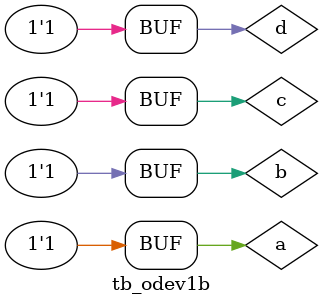
<source format=v>
`timescale 1ns / 1ps


module tb_odev1b(
);

 reg a,b,c,d;
 wire f;
 
 odev1_b uut(
 .a(a),
 .b(b),
 .c(c),
 .d(d),
 .f(f)
 );
 
   initial begin
   a = 1'b0; b = 1'b0; c = 1'b0; d = 1'b0; #50;
   a = 1'b0; b = 1'b0; c = 1'b0; d = 1'b1; #50;
   a = 1'b0; b = 1'b0; c = 1'b1; d = 1'b0; #50;
   a = 1'b0; b = 1'b0; c = 1'b1; d = 1'b1; #50;
   a = 1'b0; b = 1'b1; c = 1'b0; d = 1'b0; #50;
   a = 1'b0; b = 1'b1; c = 1'b0; d = 1'b1; #50;
   a = 1'b0; b = 1'b1; c = 1'b1; d = 1'b0; #50;
   a = 1'b0; b = 1'b1; c = 1'b1; d = 1'b1; #50;
   a = 1'b1; b = 1'b0; c = 1'b0; d = 1'b0; #50;
   a = 1'b1; b = 1'b0; c = 1'b0; d = 1'b1; #50;
   a = 1'b1; b = 1'b0; c = 1'b1; d = 1'b0; #50;
   a = 1'b1; b = 1'b0; c = 1'b1; d = 1'b1; #50;
   a = 1'b1; b = 1'b1; c = 1'b0; d = 1'b0; #50;
   a = 1'b1; b = 1'b1; c = 1'b0; d = 1'b1; #50;
   a = 1'b1; b = 1'b1; c = 1'b1; d = 1'b0; #50;
   a = 1'b1; b = 1'b1; c = 1'b1; d = 1'b1; #50;
  end
  
endmodule

</source>
